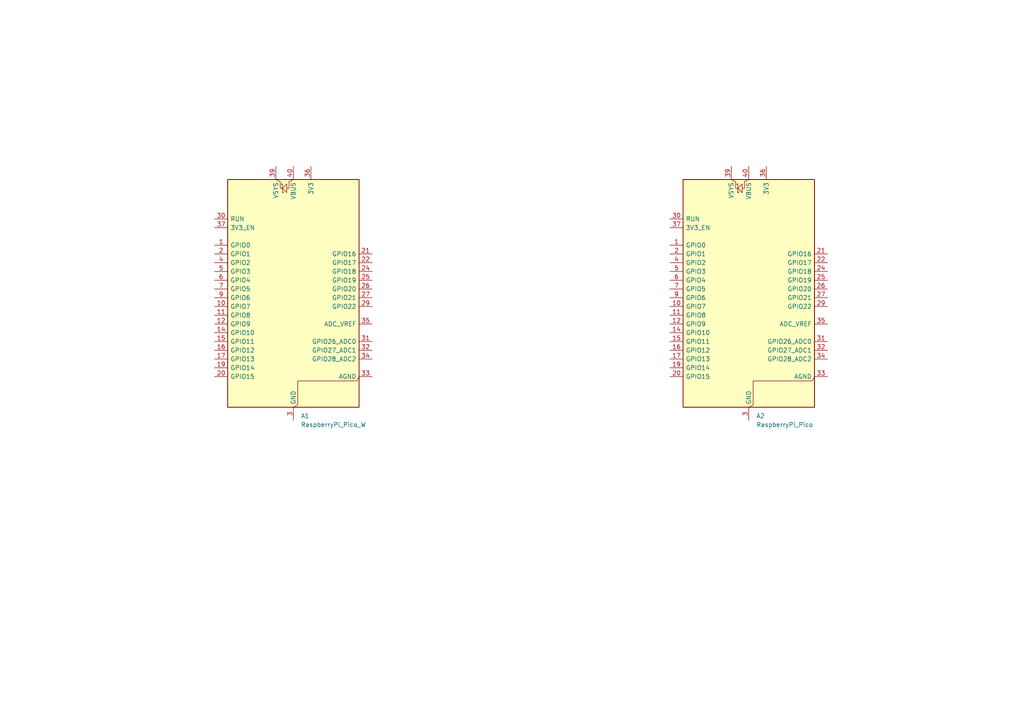
<source format=kicad_sch>
(kicad_sch (version 20250114) (generator "eeschema") (generator_version "9.0")
  (paper "A4")
  (lib_symbols
    (symbol "MCU_Module:RaspberryPi_Pico" (pin_names (offset 0.762))
      (property "Reference" "A" (at -19.05 35.56 0))
      (property "Value" "RaspberryPi_Pico" (at 7.62 35.56 0))
      (symbol "RaspberryPi_Pico_0_1"
        (rectangle (start -19.05 34.29) (end 19.05 -31.75) (stroke (width 0.254)) (fill (type background)))
        (polyline (pts (xy -5.08 34.29) (xy -3.81 33.655) (xy -3.81 31.75) (xy -3.175 31.75)))
        (polyline (pts (xy -3.429 32.766) (xy -3.429 33.02) (xy -3.175 33.02) (xy -3.175 30.48) (xy -2.921 30.48) (xy -2.921 30.734)))
        (polyline (pts (xy -3.175 31.75) (xy -1.905 33.02) (xy -1.905 30.48) (xy -3.175 31.75)))
        (polyline (pts (xy 0 34.29) (xy -1.27 33.655) (xy -1.27 31.75) (xy -1.905 31.75)))
        (polyline (pts (xy 0 -31.75) (xy 1.27 -31.115) (xy 1.27 -24.13) (xy 18.415 -24.13) (xy 19.05 -22.86)))
      )
      (symbol "RaspberryPi_Pico_1_1"
        (pin passive line (at -22.86 22.86 0) (length 3.81) (name "RUN") (number "30"))
        (pin passive line (at -22.86 20.32 0) (length 3.81) (name "3V3_EN") (number "37"))
        (pin bidirectional line (at -22.86 15.24 0) (length 3.81) (name "GPIO0") (number "1"))
        (pin bidirectional line (at -22.86 12.7 0) (length 3.81) (name "GPIO1") (number "2"))
        (pin bidirectional line (at -22.86 10.16 0) (length 3.81) (name "GPIO2") (number "4"))
        (pin bidirectional line (at -22.86 7.62 0) (length 3.81) (name "GPIO3") (number "5"))
        (pin bidirectional line (at -22.86 5.08 0) (length 3.81) (name "GPIO4") (number "6"))
        (pin bidirectional line (at -22.86 2.54 0) (length 3.81) (name "GPIO5") (number "7"))
        (pin bidirectional line (at -22.86 0 0) (length 3.81) (name "GPIO6") (number "9"))
        (pin bidirectional line (at -22.86 -2.54 0) (length 3.81) (name "GPIO7") (number "10"))
        (pin bidirectional line (at -22.86 -5.08 0) (length 3.81) (name "GPIO8") (number "11"))
        (pin bidirectional line (at -22.86 -7.62 0) (length 3.81) (name "GPIO9") (number "12"))
        (pin bidirectional line (at -22.86 -10.16 0) (length 3.81) (name "GPIO10") (number "14"))
        (pin bidirectional line (at -22.86 -12.7 0) (length 3.81) (name "GPIO11") (number "15"))
        (pin bidirectional line (at -22.86 -15.24 0) (length 3.81) (name "GPIO12") (number "16"))
        (pin bidirectional line (at -22.86 -17.78 0) (length 3.81) (name "GPIO13") (number "17"))
        (pin bidirectional line (at -22.86 -20.32 0) (length 3.81) (name "GPIO14") (number "19"))
        (pin bidirectional line (at -22.86 -22.86 0) (length 3.81) (name "GPIO15") (number "20"))
        (pin power_in line (at -5.08 38.1 270) (length 3.81) (name "VSYS") (number "39"))
        (pin power_out line (at 0 38.1 270) (length 3.81) (name "VBUS") (number "40"))
        (pin passive line (at 0 -35.56 90) (length 3.81) (hide yes) (name "GND") (number "13"))
        (pin passive line (at 0 -35.56 90) (length 3.81) (hide yes) (name "GND") (number "18"))
        (pin passive line (at 0 -35.56 90) (length 3.81) (hide yes) (name "GND") (number "23"))
        (pin passive line (at 0 -35.56 90) (length 3.81) (hide yes) (name "GND") (number "28"))
        (pin power_out line (at 0 -35.56 90) (length 3.81) (name "GND") (number "3"))
        (pin passive line (at 0 -35.56 90) (length 3.81) (hide yes) (name "GND") (number "38"))
        (pin passive line (at 0 -35.56 90) (length 3.81) (hide yes) (name "GND") (number "8"))
        (pin power_out line (at 5.08 38.1 270) (length 3.81) (name "3V3") (number "36"))
        (pin bidirectional line (at 22.86 12.7 180) (length 3.81) (name "GPIO16") (number "21"))
        (pin bidirectional line (at 22.86 10.16 180) (length 3.81) (name "GPIO17") (number "22"))
        (pin bidirectional line (at 22.86 7.62 180) (length 3.81) (name "GPIO18") (number "24"))
        (pin bidirectional line (at 22.86 5.08 180) (length 3.81) (name "GPIO19") (number "25"))
        (pin bidirectional line (at 22.86 2.54 180) (length 3.81) (name "GPIO20") (number "26"))
        (pin bidirectional line (at 22.86 0 180) (length 3.81) (name "GPIO21") (number "27"))
        (pin bidirectional line (at 22.86 -2.54 180) (length 3.81) (name "GPIO22") (number "29"))
        (pin power_in line (at 22.86 -7.62 180) (length 3.81) (name "ADC_VREF") (number "35"))
        (pin bidirectional line (at 22.86 -12.7 180) (length 3.81) (name "GPIO26_ADC0") (number "31"))
        (pin bidirectional line (at 22.86 -15.24 180) (length 3.81) (name "GPIO27_ADC1") (number "32"))
        (pin bidirectional line (at 22.86 -17.78 180) (length 3.81) (name "GPIO28_ADC2") (number "34"))
        (pin power_out line (at 22.86 -22.86 180) (length 3.81) (name "AGND") (number "33"))
      )
    )
    (symbol "MCU_Module:RaspberryPi_Pico_W" (pin_names (offset 0.762))
      (property "Reference" "A" (at -19.05 35.56 0))
      (property "Value" "RaspberryPi_Pico_W" (at 7.62 35.56 0))
      (symbol "RaspberryPi_Pico_W_0_1"
        (rectangle (start -19.05 34.29) (end 19.05 -31.75) (stroke (width 0.254)) (fill (type background)))
        (polyline (pts (xy -5.08 34.29) (xy -3.81 33.655) (xy -3.81 31.75) (xy -3.175 31.75)))
        (polyline (pts (xy -3.429 32.766) (xy -3.429 33.02) (xy -3.175 33.02) (xy -3.175 30.48) (xy -2.921 30.48) (xy -2.921 30.734)))
        (polyline (pts (xy -3.175 31.75) (xy -1.905 33.02) (xy -1.905 30.48) (xy -3.175 31.75)))
        (polyline (pts (xy 0 34.29) (xy -1.27 33.655) (xy -1.27 31.75) (xy -1.905 31.75)))
        (polyline (pts (xy 0 -31.75) (xy 1.27 -31.115) (xy 1.27 -24.13) (xy 18.415 -24.13) (xy 19.05 -22.86)))
      )
      (symbol "RaspberryPi_Pico_W_1_1"
        (pin passive line (at -22.86 22.86 0) (length 3.81) (name "RUN") (number "30"))
        (pin passive line (at -22.86 20.32 0) (length 3.81) (name "3V3_EN") (number "37"))
        (pin bidirectional line (at -22.86 15.24 0) (length 3.81) (name "GPIO0") (number "1"))
        (pin bidirectional line (at -22.86 12.7 0) (length 3.81) (name "GPIO1") (number "2"))
        (pin bidirectional line (at -22.86 10.16 0) (length 3.81) (name "GPIO2") (number "4"))
        (pin bidirectional line (at -22.86 7.62 0) (length 3.81) (name "GPIO3") (number "5"))
        (pin bidirectional line (at -22.86 5.08 0) (length 3.81) (name "GPIO4") (number "6"))
        (pin bidirectional line (at -22.86 2.54 0) (length 3.81) (name "GPIO5") (number "7"))
        (pin bidirectional line (at -22.86 0 0) (length 3.81) (name "GPIO6") (number "9"))
        (pin bidirectional line (at -22.86 -2.54 0) (length 3.81) (name "GPIO7") (number "10"))
        (pin bidirectional line (at -22.86 -5.08 0) (length 3.81) (name "GPIO8") (number "11"))
        (pin bidirectional line (at -22.86 -7.62 0) (length 3.81) (name "GPIO9") (number "12"))
        (pin bidirectional line (at -22.86 -10.16 0) (length 3.81) (name "GPIO10") (number "14"))
        (pin bidirectional line (at -22.86 -12.7 0) (length 3.81) (name "GPIO11") (number "15"))
        (pin bidirectional line (at -22.86 -15.24 0) (length 3.81) (name "GPIO12") (number "16"))
        (pin bidirectional line (at -22.86 -17.78 0) (length 3.81) (name "GPIO13") (number "17"))
        (pin bidirectional line (at -22.86 -20.32 0) (length 3.81) (name "GPIO14") (number "19"))
        (pin bidirectional line (at -22.86 -22.86 0) (length 3.81) (name "GPIO15") (number "20"))
        (pin power_in line (at -5.08 38.1 270) (length 3.81) (name "VSYS") (number "39"))
        (pin power_out line (at 0 38.1 270) (length 3.81) (name "VBUS") (number "40"))
        (pin passive line (at 0 -35.56 90) (length 3.81) (hide yes) (name "GND") (number "13"))
        (pin passive line (at 0 -35.56 90) (length 3.81) (hide yes) (name "GND") (number "18"))
        (pin passive line (at 0 -35.56 90) (length 3.81) (hide yes) (name "GND") (number "23"))
        (pin passive line (at 0 -35.56 90) (length 3.81) (hide yes) (name "GND") (number "28"))
        (pin power_out line (at 0 -35.56 90) (length 3.81) (name "GND") (number "3"))
        (pin passive line (at 0 -35.56 90) (length 3.81) (hide yes) (name "GND") (number "38"))
        (pin passive line (at 0 -35.56 90) (length 3.81) (hide yes) (name "GND") (number "8"))
        (pin power_out line (at 5.08 38.1 270) (length 3.81) (name "3V3") (number "36"))
        (pin bidirectional line (at 22.86 12.7 180) (length 3.81) (name "GPIO16") (number "21"))
        (pin bidirectional line (at 22.86 10.16 180) (length 3.81) (name "GPIO17") (number "22"))
        (pin bidirectional line (at 22.86 7.62 180) (length 3.81) (name "GPIO18") (number "24"))
        (pin bidirectional line (at 22.86 5.08 180) (length 3.81) (name "GPIO19") (number "25"))
        (pin bidirectional line (at 22.86 2.54 180) (length 3.81) (name "GPIO20") (number "26"))
        (pin bidirectional line (at 22.86 0 180) (length 3.81) (name "GPIO21") (number "27"))
        (pin bidirectional line (at 22.86 -2.54 180) (length 3.81) (name "GPIO22") (number "29"))
        (pin power_in line (at 22.86 -7.62 180) (length 3.81) (name "ADC_VREF") (number "35"))
        (pin bidirectional line (at 22.86 -12.7 180) (length 3.81) (name "GPIO26_ADC0") (number "31"))
        (pin bidirectional line (at 22.86 -15.24 180) (length 3.81) (name "GPIO27_ADC1") (number "32"))
        (pin bidirectional line (at 22.86 -17.78 180) (length 3.81) (name "GPIO28_ADC2") (number "34"))
        (pin power_out line (at 22.86 -22.86 180) (length 3.81) (name "AGND") (number "33"))
      )
    )
  )
  (symbol (lib_id "MCU_Module:RaspberryPi_Pico_W") (at 85.09 86.36 0) (unit 1)
    (property "Reference" "A1" (at 87.2333 120.65 0) (effects (justify left)))
    (property "Value" "RaspberryPi_Pico_W" (at 87.2333 123.19 0) (effects (justify left)))
    (property "Footprint" "Module:RaspberryPi_Pico_W_SMD_HandSolder" (effects (hide yes)))
    (property "Datasheet" "https://datasheets.raspberrypi.com/picow/pico-w-datasheet.pdf" (effects (hide yes)))
    (property "Description" "Versatile and inexpensive wireless microcontroller module powered by RP2040 dual-core Arm Cortex-M0+ processor up to 133 MHz, 264kB SRAM, 2MB QSPI flash, Infineon CYW43439 2.4GHz 802.11n wireless LAN; also supports Raspberry Pi Pico 2 W" (effects (hide yes)))
  )
  (symbol (lib_id "MCU_Module:RaspberryPi_Pico") (at 217.17 86.36 0) (unit 1)
    (property "Reference" "A2" (at 219.3133 120.65 0) (effects (justify left)))
    (property "Value" "RaspberryPi_Pico" (at 219.3133 123.19 0) (effects (justify left)))
    (property "Footprint" "Module:RaspberryPi_Pico_Common_Unspecified" (effects (hide yes)))
    (property "Datasheet" "https://datasheets.raspberrypi.com/pico/pico-datasheet.pdf" (effects (hide yes)))
    (property "Description" "Versatile and inexpensive microcontroller module powered by RP2040 dual-core Arm Cortex-M0+ processor up to 133 MHz, 264kB SRAM, 2MB QSPI flash; also supports Raspberry Pi Pico 2" (effects (hide yes)))
  )
)
</source>
